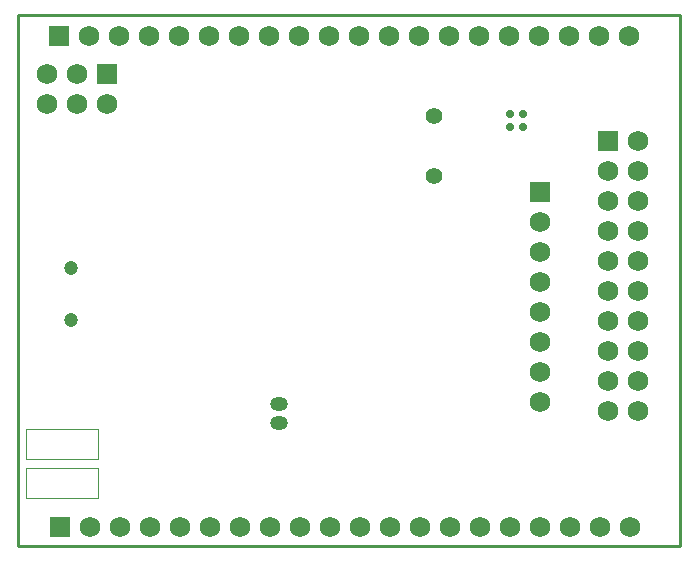
<source format=gbs>
G04*
G04 #@! TF.GenerationSoftware,Altium Limited,Altium Designer,20.0.2 (26)*
G04*
G04 Layer_Color=16711935*
%FSLAX24Y24*%
%MOIN*%
G70*
G01*
G75*
%ADD12C,0.0100*%
%ADD16C,0.0010*%
%ADD49O,0.0592X0.0474*%
%ADD50C,0.0474*%
%ADD51C,0.0680*%
%ADD52R,0.0680X0.0680*%
%ADD53R,0.0680X0.0680*%
%ADD54C,0.0552*%
%ADD55C,0.0277*%
D12*
X22047Y0D02*
Y17717D01*
X-0D02*
X22047D01*
X-0D02*
X0Y0D01*
X22047D01*
D16*
X2674Y1588D02*
Y2612D01*
X272D02*
X2674D01*
X272Y1588D02*
Y2612D01*
Y1588D02*
X2674D01*
X2674Y2888D02*
Y3912D01*
X272D02*
X2674D01*
X272Y2888D02*
Y3912D01*
Y2888D02*
X2674D01*
D49*
X8700Y4746D02*
D03*
Y4100D02*
D03*
D50*
X1750Y7550D02*
D03*
Y9282D02*
D03*
D51*
X20400Y650D02*
D03*
X19400D02*
D03*
X18400D02*
D03*
X17400D02*
D03*
X16400D02*
D03*
X15400D02*
D03*
X14400D02*
D03*
X13400D02*
D03*
X12400D02*
D03*
X11400D02*
D03*
X10400D02*
D03*
X9400D02*
D03*
X8400D02*
D03*
X7400D02*
D03*
X6400D02*
D03*
X5400D02*
D03*
X4400D02*
D03*
X3400D02*
D03*
X2400D02*
D03*
X20650Y4500D02*
D03*
Y5500D02*
D03*
Y6500D02*
D03*
Y7500D02*
D03*
Y8500D02*
D03*
Y9500D02*
D03*
Y10500D02*
D03*
Y11500D02*
D03*
Y12500D02*
D03*
Y13500D02*
D03*
X19650Y4500D02*
D03*
Y5500D02*
D03*
Y6500D02*
D03*
Y7500D02*
D03*
Y8500D02*
D03*
Y9500D02*
D03*
Y10500D02*
D03*
Y11500D02*
D03*
Y12500D02*
D03*
X20350Y17000D02*
D03*
X19350D02*
D03*
X18350D02*
D03*
X17350D02*
D03*
X16350D02*
D03*
X15350D02*
D03*
X14350D02*
D03*
X13350D02*
D03*
X12350D02*
D03*
X11350D02*
D03*
X10350D02*
D03*
X9350D02*
D03*
X8350D02*
D03*
X7350D02*
D03*
X6350D02*
D03*
X5350D02*
D03*
X4350D02*
D03*
X3350D02*
D03*
X2350D02*
D03*
X17400Y4800D02*
D03*
Y5800D02*
D03*
Y6800D02*
D03*
Y7800D02*
D03*
Y8800D02*
D03*
Y9800D02*
D03*
Y10800D02*
D03*
X2950Y14750D02*
D03*
X1950D02*
D03*
X950D02*
D03*
Y15750D02*
D03*
X1950D02*
D03*
D52*
X1400Y650D02*
D03*
X1350Y17000D02*
D03*
X2950Y15750D02*
D03*
D53*
X19650Y13500D02*
D03*
X17400Y11800D02*
D03*
D54*
X13850Y14350D02*
D03*
Y12350D02*
D03*
D55*
X16839Y13983D02*
D03*
X16406D02*
D03*
X16839Y14417D02*
D03*
X16406D02*
D03*
M02*

</source>
